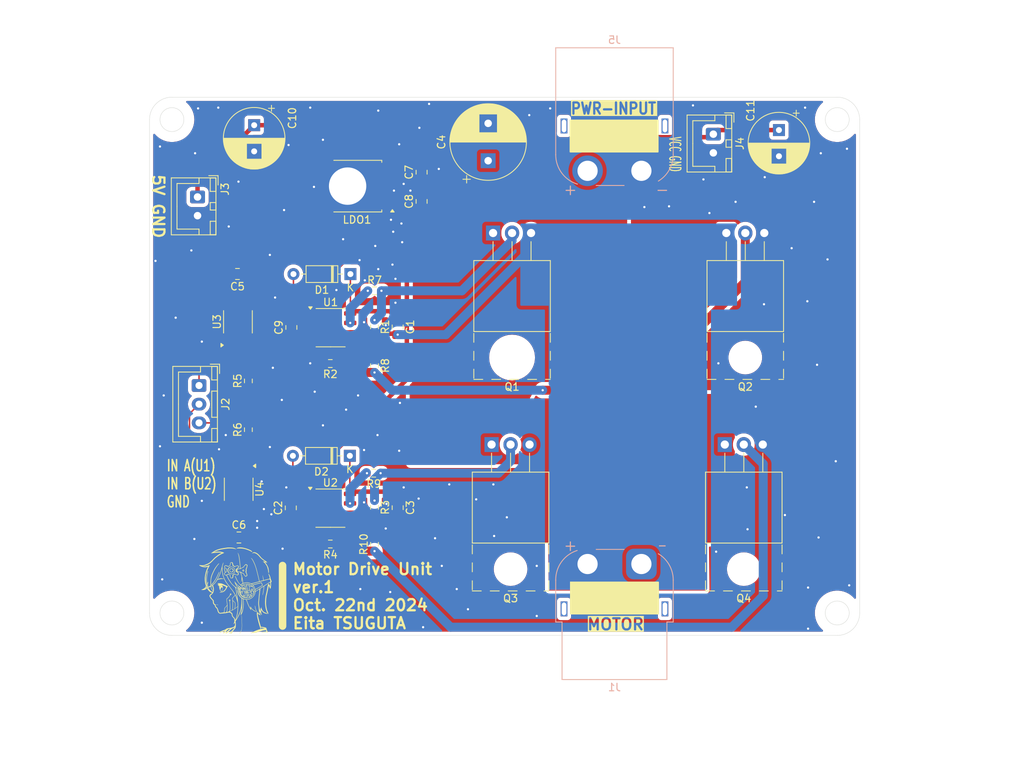
<source format=kicad_pcb>
(kicad_pcb (version 20240108) (generator "pcbnew") (generator_version "8.0")
  (layers (0 "F.Cu" signal) (31 "B.Cu" signal) (34 "B.Paste" user) (35 "F.Paste" user) (36 "B.SilkS" user "B.Silkscreen") (37 "F.SilkS" user "F.Silkscreen") (38 "B.Mask" user) (39 "F.Mask" user) (44 "Edge.Cuts" user))
  (net 0 "")
  (net 1 "+5V")
  (net 2 "GND")
  (net 3 "Net-(D1-K)")
  (net 4 "Net-(D2-K)")
  (net 5 "Motor_Minus")
  (net 6 "Motor_Plus")
  (net 7 "U1_IN")
  (net 8 "U2_IN")
  (net 9 "VCC")
  (net 10 "U1_HO")
  (net 11 "U1_LO")
  (net 12 "U2_HO")
  (net 13 "U2_LO")
  (net 14 "IN_A")
  (net 15 "IN_B")
  (net 16 "GND1")
  (net 17 "Net-(U3-Cathode)")
  (net 18 "Net-(U4-Cathode)")
  (net 19 "Net-(Q1-G)")
  (net 20 "Net-(Q2-G)")
  (net 21 "Net-(Q3-G)")
  (net 22 "Net-(Q4-G)")
  (footprint "Connector_JST:JST_XH_B2B-XH-A_1x02_P2.50mm_Vertical" (layer "F.Cu") (at 72.425 83.85 -90)
    (property "Reference" "J3")
    (property "Value" "XH_01x02_Vertical")
  )
  (footprint "Package_SO:SOP-8_3.9x4.9mm_P1.27mm" (layer "F.Cu") (at 90.2 125.475)
    (property "Reference" "U2")
    (property "Value" "IR2302")
  )
  (footprint "Package_TO_SOT_SMD:TO-252-2" (layer "F.Cu") (at 93.76 82.3975 180)
    (property "Reference" "LDO1")
    (property "Value" "NJM7805")
  )
  (footprint "Resistor_SMD:R_0603_1608Metric_Pad0.98x0.95mm_HandSolder" (layer "F.Cu") (at 79.225 114.9825 90)
    (property "Reference" "R6")
    (property "Value" "910")
  )
  (footprint "Package_SO:MFSOP6-5_4.4x3.6mm_P1.27mm" (layer "F.Cu") (at 77.93 122.95 -90)
    (property "Reference" "U4")
    (property "Value" "~")
  )
  (footprint "Connector_JST:JST_XH_B3B-XH-A_1x03_P2.50mm_Vertical" (layer "F.Cu") (at 72.625 109.07 -90)
    (property "Reference" "J2")
    (property "Value" "Conn_01x03_Pin_signal")
  )
  (footprint "Capacitor_THT:CP_Radial_D8.0mm_P3.50mm" (layer "F.Cu") (at 150.2 74.9 -90)
    (property "Reference" "C11")
    (property "Value" "220uF")
  )
  (footprint "Package_SO:SOP-8_3.9x4.9mm_P1.27mm" (layer "F.Cu") (at 90.225 101.335)
    (property "Reference" "U1")
    (property "Value" "IR2302")
  )
  (footprint "Capacitor_SMD:C_0805_2012Metric_Pad1.18x1.45mm_HandSolder" (layer "F.Cu") (at 77.96 129.4)
    (property "Reference" "C6")
    (property "Value" "0.1uF")
  )
  (footprint "Capacitor_THT:CP_Radial_D8.0mm_P3.50mm" (layer "F.Cu") (at 80 74.247349 -90)
    (property "Reference" "C10")
    (property "Value" "220uF")
  )
  (footprint "Resistor_SMD:R_0603_1608Metric_Pad0.98x0.95mm_HandSolder" (layer "F.Cu") (at 96.1 125.375 -90)
    (property "Reference" "R3")
    (property "Value" "R47k")
  )
  (footprint "Package_TO_SOT_THT:TO-220-3_Horizontal_TabUp" (layer "F.Cu") (at 111.96 88.67)
    (property "Reference" "Q1")
    (property "Value" "TK7R4A10PL_TabUp")
  )
  (footprint "Resistor_SMD:R_0603_1608Metric_Pad0.98x0.95mm_HandSolder" (layer "F.Cu") (at 96.1 130.3125 90)
    (property "Reference" "R10")
    (property "Value" "4.7")
  )
  (footprint "Resistor_SMD:R_0603_1608Metric_Pad0.98x0.95mm_HandSolder" (layer "F.Cu") (at 96.1 106.4125 -90)
    (property "Reference" "R8")
    (property "Value" "4.7")
  )
  (footprint "Package_SO:MFSOP6-5_4.4x3.6mm_P1.27mm" (layer "F.Cu") (at 77.83 100.55 90)
    (property "Reference" "U3")
    (property "Value" "~")
  )
  (footprint "Resistor_SMD:R_0603_1608Metric_Pad0.98x0.95mm_HandSolder" (layer "F.Cu") (at 96.1 101.23 -90)
    (property "Reference" "R1")
    (property "Value" "R47k")
  )
  (footprint "Diode_THT:D_DO-35_SOD27_P7.62mm_Horizontal" (layer "F.Cu") (at 92.875 94.165 180)
    (property "Reference" "D1")
    (property "Value" "1N4148")
  )
  (footprint "Capacitor_SMD:C_0805_2012Metric_Pad1.18x1.45mm_HandSolder" (layer "F.Cu") (at 99.2 101.23 -90)
    (property "Reference" "C1")
    (property "Value" "10uF")
  )
  (footprint "Capacitor_THT:CP_Radial_D10.0mm_P5.00mm" (layer "F.Cu") (at 111.3 79 90)
    (property "Reference" "C4")
    (property "Value" "470uF")
  )
  (footprint "Resistor_SMD:R_0603_1608Metric_Pad0.98x0.95mm_HandSolder" (layer "F.Cu") (at 96 120.8 180)
    (property "Reference" "R9")
    (property "Value" "4.7")
  )
  (footprint "LOGO" (layer "F.Cu") (at 81.41611 135.748938)
    (property "Reference" "G***" (hide yes))
    (property "Value" "LOGO" (hide yes))
  )
  (footprint "Capacitor_SMD:C_0805_2012Metric_Pad1.18x1.45mm_HandSolder" (layer "F.Cu") (at 102.4 80.535 90)
    (property "Reference" "C7")
    (property "Value" "0.1uF")
  )
  (footprint "Capacitor_SMD:C_0805_2012Metric_Pad1.18x1.45mm_HandSolder" (layer "F.Cu") (at 99.2 125.4125 -90)
    (property "Reference" "C3")
    (property "Value" "10uF")
  )
  (footprint "Resistor_SMD:R_0603_1608Metric_Pad0.98x0.95mm_HandSolder" (layer "F.Cu") (at 90.1875 106.13 180)
    (property "Reference" "R2")
    (property "Value" "R47k")
  )
  (footprint "Resistor_SMD:R_0603_1608Metric_Pad0.98x0.95mm_HandSolder" (layer "F.Cu") (at 79.225 108.4575 90)
    (property "Reference" "R5")
    (property "Value" "910")
  )
  (footprint "Capacitor_SMD:C_0805_2012Metric_Pad1.18x1.45mm_HandSolder" (layer "F.Cu") (at 102.4 84.4425 90)
    (property "Reference" "C8")
    (property "Value" "0.47uF")
  )
  (footprint "Capacitor_SMD:C_0805_2012Metric_Pad1.18x1.45mm_HandSolder" (layer "F.Cu") (at 84.975 101.3025 90)
    (property "Reference" "C9")
    (property "Value" "0.1uF")
  )
  (footprint "Capacitor_SMD:C_0805_2012Metric_Pad1.18x1.45mm_HandSolder" (layer "F.Cu") (at 77.7675 94.15 180)
    (property "Reference" "C5")
    (property "Value" "0.1uF")
  )
  (footprint "Connector_JST:JST_XH_B2B-XH-A_1x02_P2.50mm_Vertical" (layer "F.Cu") (at 141.425 75.45 -90)
    (property "Reference" "J4")
    (property "Value" "XH_01x02_Vertical")
  )
  (footprint "Capacitor_SMD:C_0805_2012Metric_Pad1.18x1.45mm_HandSolder" (layer "F.Cu") (at 84.9 125.4375 90)
    (property "Reference" "C2")
    (property "Value" "0.1uF")
  )
  (footprint "Package_TO_SOT_THT:TO-220-3_Horizontal_TabUp" (layer "F.Cu") (at 142.96 116.97)
    (property "Reference" "Q4")
    (property "Value" "TK7R4A10PL_TabUp")
  )
  (footprint "Resistor_SMD:R_0603_1608Metric_Pad0.98x0.95mm_HandSolder" (layer "F.Cu") (at 90.1875 130.275 180)
    (property "Reference" "R4")
    (property "Value" "R47k")
  )
  (footprint "Package_TO_SOT_THT:TO-220-3_Horizontal_TabUp" (layer "F.Cu") (at 143.16 88.67)
    (property "Reference" "Q2")
    (property "Value" "TK7R4A10PL_TabUp")
  )
  (footprint "Diode_THT:D_DO-35_SOD27_P7.62mm_Horizontal" (layer "F.Cu") (at 92.8 118.475 180)
    (property "Reference" "D2")
    (property "Value" "1N4148")
  )
  (footprint "Resistor_SMD:R_0603_1608Metric_Pad0.98x0.95mm_HandSolder" (layer "F.Cu") (at 96.1125 96.4)
    (property "Reference" "R7")
    (property "Value" "4.7")
  )
  (footprint "Package_TO_SOT_THT:TO-220-3_Horizontal_TabUp" (layer "F.Cu") (at 111.76 116.97)
    (property "Reference" "Q3")
    (property "Value" "TK7R4A10PL_TabUp")
  )
  (footprint "Connector_AMASS:AMASS_XT60PW-F_1x02_P7.20mm_Horizontal" (layer "B.Cu") (at 131.8 132.95)
    (property "Reference" "J1")
    (property "Value" "XT60_Female_Horizontal")
  )
  (footprint "Connector_AMASS:AMASS_XT60PW-M_1x02_P7.20mm_Horizontal" (layer "B.Cu") (at 131.8 80.35 180)
    (property "Reference" "J5")
    (property "Value" "XT60_Male_Horizontal")
  )
  (gr_rect (start 122.3 73.6) (end 134 77.8) (stroke (width 0.2)) (fill solid) (layer "F.SilkS"))
  (gr_line (start 83.8 133.15) (end 83.8 141.25) (stroke (width 1)) (layer "F.SilkS"))
  (gr_rect (start 122.35 135.4) (end 134.05 139.6) (stroke (width 0.2)) (fill solid) (layer "F.SilkS"))
  (gr_circle (center 158 139.5) (end 158 137.9) (stroke (width 0.05)) (fill none) (layer "Edge.Cuts"))
  (gr_circle (center 69 139.5) (end 69 137.9) (stroke (width 0.05)) (fill none) (layer "Edge.Cuts"))
  (gr_arc (start 161 139.5) (mid 160.12132 141.62132) (end 158 142.5) (stroke (width 0.05)) (layer "Edge.Cuts"))
  (gr_circle (center 158 73.5) (end 158 75.1) (stroke (width 0.05)) (fill none) (layer "Edge.Cuts"))
  (gr_arc (start 158 70.5) (mid 160.12132 71.37868) (end 161 73.5) (stroke (width 0.05)) (layer "Edge.Cuts"))
  (gr_line (start 158 142.5) (end 69 142.5) (stroke (width 0.05)) (layer "Edge.Cuts"))
  (gr_line (start 69 70.5) (end 158 70.5) (stroke (width 0.05)) (layer "Edge.Cuts"))
  (gr_arc (start 69 142.5) (mid 66.87868 141.62132) (end 66 139.5) (stroke (width 0.05)) (layer "Edge.Cuts"))
  (gr_line (start 161 73.5) (end 161 139.5) (stroke (width 0.05)) (layer "Edge.Cuts"))
  (gr_line (start 66 139.5) (end 66 73.5) (stroke (width 0.05)) (layer "Edge.Cuts"))
  (gr_circle (center 69 73.5) (end 69 75.1) (stroke (width 0.05)) (fill none) (layer "Edge.Cuts"))
  (gr_arc (start 66 73.5) (mid 66.87868 71.37868) (end 69 70.5) (stroke (width 0.05)) (layer "Edge.Cuts"))
  (gr_text "MOTOR" (at 124.4 141.9 0) (layer "F.SilkS" knockout) (effects (font (size 1.5 1.5) (thickness 0.3) (bold yes)) (justify left bottom)))
  (gr_text "5V GND" (at 66.3 80.7 -90) (layer "F.SilkS") (effects (font (size 1.5 1.5) (thickness 0.3) (bold yes)) (justify left bottom)))
  (gr_text "Motor Drive Unit\nver.1\nOct. 22nd 2024\nEita TSUGUTA" (at 85 141.75 0) (layer "F.SilkS") (effects (font (size 1.5 1.5) (thickness 0.3) (bold yes)) (justify left bottom)))
  (gr_text "IN A(U1)\nIN B(U2)\nGND" (at 68.2 125.5 0) (layer "F.SilkS") (effects (font (size 1.5 1) (thickness 0.2) (bold yes)) (justify left bottom)))
  (gr_text "VCC GND" (at 135.4 75.7 -90) (layer "F.SilkS") (effects (font (size 1.5 0.7) (thickness 0.14) (bold yes)) (justify left bottom)))
  (gr_text "PWR-INPUT" (at 122.2 72.9 0) (layer "F.SilkS" knockout) (effects (font (size 1.5 1.3) (thickness 0.3) (bold yes)) (justify left bottom)))
  (segment (start 79.2 126.1) (end 80.9 124.4) (width 0.2) (layer "F.Cu") (net 1))
  (segment (start 85.81 99.43) (end 84.975 100.265) (width 0.2) (layer "F.Cu") (net 1))
  (segment (start 85.18 121.175) (end 85.18 118.475) (width 0.2) (layer "F.Cu") (net 1))
  (segment (start 88.399999 126.11) (end 87.575 126.11) (width 0.2) (layer "F.Cu") (net 1))
  (segment (start 85 124.4) (end 85.83 123.57) (width 0.2) (layer "F.Cu") (net 1))
  (segment (start 85.255 97.085) (end 87.6 99.43) (width 0.2) (layer "F.Cu") (net 1))
  (segment (start 87.575 123.57) (end 88.399999 123.57) (width 0.2) (layer "F.Cu") (net 1))
  (segment (start 76.56 94.32) (end 76.73 94.15) (width 0.2) (layer "F.Cu") (net 1))
  (segment (start 92.929849 74.247349) (end 80 74.247349) (width 0.6) (layer "F.Cu") (net 1))
  (segment (start 88.424999 99.43) (end 88.8 99.805001) (width 0.2) (layer "F.Cu") (net 1))
  (segment (start 87.6 96.84) (end 87.6 99.43) (width 0.6) (layer "F.Cu") (net 1))
  (segment (start 85.83 123.57) (end 87.575 123.57) (width 0.2) (layer "F.Cu") (net 1))
  (segment (start 98.8 80.1175) (end 96.8 82.1175) (width 1.2) (layer "F.Cu") (net 1))
  (segment (start 88.8 99.805001) (end 88.8 101.6) (width 0.2) (layer "F.Cu") (net 1))
  (segment (start 80.9 124.4) (end 84.9 124.4) (width 0.2) (layer "F.Cu") (net 1))
  (segment (start 88.7 125.809999) (end 88.399999 126.11) (width 0.2) (layer "F.Cu") (net 1))
  (segment (start 88.7 123.870001) (end 88.7 125.809999) (width 0.2) (layer "F.Cu") (net 1))
  (segment (start 86.775001 101.97) (end 86.4 102.345001) (width 0.2) (layer "F.Cu") (net 1))
  (segment (start 96.2 88.24) (end 100.425 92.465) (width 0.6) (layer "F.Cu") (net 1))
  (segment (start 96.2 88.24) (end 87.6 96.84) (width 0.6) (layer "F.Cu") (net 1))
  (segment (start 88.43 101.97) (end 87.6 101.97) (width 0.2) (layer "F.Cu") (net 1))
  (segment (start 72.425 81.822349) (end 72.425 83.85) (width 0.6) (layer "F.Cu") (net 1))
  (segment (start 78.9975 126.3025) (end 79.2 126.1) (width 0.2) (layer "F.Cu") (net 1))
  (segment (start 78.9975 129.4) (end 78.9975 126.3025) (width 0.2) (layer "F.Cu") (net 1))
  (segment (start 92.929849 74.247349) (end 98.8 80.1175) (width 0.6) (layer "F.Cu") (net 1))
  (segment (start 87.575 121.1) (end 87.575 123.57) (width 0.6) (layer "F.Cu") (net 1))
  (segment (start 76.56 98.36) (end 76.56 97.4) (width 0.2) (layer "F.Cu") (net 1))
  (segment (start 96.8 82.1175) (end 96.8 87.64) (width 1.2) (layer "F.Cu") (net 1))
  (segment (start 85.5 104.3) (end 82.5 104.3) (width 0.2) (layer "F.Cu") (net 1))
  (segment (start 88.399999 123.57) (end 88.7 123.870001) (width 0.2) (layer "F.Cu") (net 1))
  (segment (start 76.56 97.4) (end 76.56 94.32) (width 0.2) (layer "F.Cu") (net 1))
  (segment (start 87.6 99.43) (end 88.424999 99.43) (width 0.2) (layer "F.Cu") (net 1))
  (segment (start 100.425 92.465) (end 100.425 108.25) (width 0.6) (layer "F.Cu") (net 1))
  (segment (start 86.4 103.4) (end 85.5 104.3) (width 0.2) (layer "F.Cu") (net 1))
  (segment (start 88.8 101.6) (end 88.43 101.97) (width 0.2) (layer "F.Cu") (net 1))
  (segment (start 84.9 124.4) (end 85 124.4) (width 0.2) (layer "F.Cu") (net 1))
  (segment (start 80 74.247349) (end 72.425 81.822349) (width 0.6) (layer "F.Cu") (net 1))
  (segment (start 96.8 87.64) (end 96.2 88.24) (width 1.2) (layer "F.Cu") (net 1))
  (segment (start 85.255 94.165) (end 85.255 97.085) (width 0.2) (layer "F.Cu") (net 1))
  (segment (start 87.6 99.43) (end 85.81 99.43) (width 0.2) (layer "F.Cu") (net 1))
  (segment (start 86.4 102.345001) (end 86.4 103.4) (width 0.2) (layer "F.Cu") (net 1))
  (segment (start 87.6 101.97) (end 86.775001 101.97) (width 0.2) (layer "F.Cu") (net 1))
  (segment (start 82.5 104.3) (end 76.56 98.36) (width 0.2) (layer "F.Cu") (net 1))
  (segment (start 101.78 80.1175) (end 102.4 79.4975) (width 0.6) (layer "F.Cu") (net 1))
  (segment (start 100.425 108.25) (end 87.575 121.1) (width 0.6) (layer "F.Cu") (net 1))
  (segment (start 87.575 123.57) (end 85.18 121.175) (width 0.2) (layer "F.Cu") (net 1))
  (segment (start 98.8 80.1175) (end 101.78 80.1175) (width 0.6) (layer "F.Cu") (net 1))
  (via (at 112 122.3) (size 0.6) (drill 0.3) (layers "F.Cu" "B.Cu") (net 2))
  (via (at 91 96.3) (size 0.6) (drill 0.3) (layers "F.Cu" "B.Cu") (net 2))
  (via (at 94.1 92.3) (size 0.6) (drill 0.3) (layers "F.Cu" "B.Cu") (net 2))
  (via (at 105.1 133.2) (size 0.6) (drill 0.3) (layers "F.Cu" "B.Cu") (net 2))
  (via (at 81.3 125.6) (size 0.6) (drill 0.3) (layers "F.Cu" "B.Cu") (net 2))
  (via (at 98.3 86.9) (size 0.6) (drill 0.3) (layers "F.Cu" "B.Cu") (net 2))
  (via (at 83.7 111) (size 0.6) (drill 0.3) (layers "F.Cu" "B.Cu") (net 2))
  (via (at 156.7 92.2) (size 0.6) (drill 0.3) (layers "F.Cu" "B.Cu") (net 2))
  (via (at 98.5 92.9) (size 0.6) (drill 0.3) (layers "F.Cu" "B.Cu") (net 2))
  (via (at 96.6 72.3) (size 0.6) (drill 0.3) (layers "F.Cu" "B.Cu") (net 2))
  (via (at 99.4 76.8) (size 0.6) (drill 0.3) (layers "F.Cu" "B.Cu") (net 2))
  (via (at 73 103.2) (size 0.6) (drill 0.3) (layers "F.Cu" "B.Cu") (net 2))
  (via (at 96.6 93.5) (size 0.6) (drill 0.3) (layers "F.Cu" "B.Cu") (net 2))
  (via (at 80.4 128.1) (size 0.6) (drill 0.3) (layers "F.Cu" "B.Cu") (net 2))
  (via (at 82.1 117.3) (size 0.6) (drill 0.3) (layers "F.Cu" "B.Cu") (net 2))
  (via (at 140.9 86) (size 0.6) (drill 0.3) (layers "F.Cu" "B.Cu") (net 2))
  (via (at 89.2 76.2) (size 0.6) (drill 0.3) (layers "F.Cu" "B.Cu") (net 2))
  (via (at 155.3 106.3) (size 0.6) (drill 0.3) (layers "F.Cu" "B.Cu") (net 2))
  (via (at 97.7 124.9) (size 0.6) (drill 0.3) (layers "F.Cu" "B.Cu") (net 2))
  (via (at 84.6 76.9) (size 0.6) (drill 0.3) (layers "F.Cu" "B.Cu") (net 2))
  (via (at 99.8 89.9) (size 0.6) (drill 0.3) (layers "F.Cu" "B.Cu") (net 2))
  (via (at 138.7 71.6) (size 0.6) (drill 0.3) (layers "F.Cu" "B.Cu") (net 2))
  (via (at 94.7 100.6) (size 0.6) (drill 0.3) (layers "F.Cu" "B.Cu") (net 2))
  (via (at 84.3 122.7) (size 0.6) (drill 0.3) (layers "F.Cu" "B.Cu") (net 2))
  (via (at 154 97.8) (size 0.6) (drill 0.3) (layers "F.Cu" "B.Cu") (net 2))
  (via (at 76.2 115.7) (size 0.6) (drill 0.3) (layers "F.Cu" "B.Cu") (net 2))
  (via (at 141.8 131.3) (size 0.6) (drill 0.3) (layers "F.Cu" "B.Cu") (net 2))
  (via (at 91.9 89.5) (size 0.6) (drill 0.3) (layers "F.Cu" "B.Cu") (net 2))
  (via (at 94.2 136.3) (size 0.6) (drill 0.3) (layers "F.Cu" "B.Cu") (net 2))
  (via (at 82.8 97.3) (size 0.6) (drill 0.3) (layers "F.Cu" "B.Cu") (net 2))
  (via (at 67.9 110.4) (size 0.6) (drill 0.3) (layers "F.Cu" "B.Cu") (net 2))
  (via (at 87.5 71.9) (size 0.6) (drill 0.3) (layers "F.Cu" "B.Cu") (net 2))
  (via (at 76.6 87.8) (size 0.6) (drill 0.3) (layers "F.Cu" "B.Cu") (net 2))
  (via (at 69.5 100) (size 0.6) (drill 0.3) (layers "F.Cu" "B.Cu") (net 2))
  (via (at 97.6 128.2) (size 0.6) (drill 0.3) (layers "F.Cu" "B.Cu") (net 2))
  (via (at 155.8 78) (size 0.6) (drill 0.3) (layers "F.Cu" "B.Cu") (net 2))
  (via (at 102 124.2) (size 0.6) (drill 0.3) (layers "F.Cu" "B.Cu") (net 2))
  (via (at 72.1 78) (size 0.6) (drill 0.3) (layers "F.Cu" "B.Cu") (net 2))
  (via (at 151 126.4) (size 0.6) (drill 0.3) (layers "F.Cu" "B.Cu") (net 2))
  (via (at 148.2 98.2) (size 0.6) (drill 0.3) (layers "F.Cu" "B.Cu") (net 2))
  (via (at 94.7 124.7) (size 0.6) (drill 0.3) (layers "F.Cu" "B.Cu") (net 2))
  (via (at 145.9 122.7) (size 0.6) (drill 0.3) (layers "F.Cu" "B.Cu") (net 2))
  (via (at 104.7 80.1) (size 0.6) (drill 0.3) (layers "F.Cu" "B.Cu") (net 2))
  (via (at 109.7 124.3) (size 0.6) (drill 0.3) (layers "F.Cu" "B.Cu") (net 2))
  (via (at 82.5 106.7) (size 0.6) (drill 0.3) (layers "F.Cu" "B.Cu") (net 2))
  (via (at 71.6 91) (size 0.6) (drill 0.3) (layers "F.Cu" "B.Cu") (net 2))
  (via (at 98.7 83) (size 0.6) (drill 0.3) (layers "F.Cu" "B.Cu") (net 2))
  (via (at 97.6 101) (size 0.6) (drill 0.3) (layers "F.Cu" "B.Cu") (net 2))
  (via (at 117.8 133.2) (size 0.6) (drill 0.3) (layers "F.Cu" "B.Cu") (net 2))
  (via (at 99.5 111.4) (size 0.6) (drill 0.3) (layers "F.Cu" "B.Cu") (net 2))
  (via (at 151.9 90.7) (size 0.6) (drill 0.3) (layers "F.Cu" "B.Cu") (net 2))
  (via (at 80.4 127.2) (size 0.6) (drill 0.3) (layers "F.Cu" "B.Cu") (net 2))
  (via (at 98.6 88.5) (size 0.6) (drill 0.3) (layers "F.Cu" "B.Cu") (net 2))
  (via (at 81 121.9) (size 0.6) (drill 0.3) (layers "F.Cu" "B.Cu") (net 2))
  (via (at 154.1 136.1) (size 0.6) (drill 0.3) (layers "F.Cu" "B.Cu") (net 2))
  (via (at 94.8 95) (size 0.6) (drill 0.3) (layers "F.Cu" "B.Cu") (net 2))
  (via (at 66.8 92.4) (size 0.6) (drill 0.3) (layers "F.Cu" "B.Cu") (net 2))
  (via (at 67.4 117.2) (size 0.6) (drill 0.3) (layers "F.Cu" "B.Cu") (net 2))
  (via (at 147.1 111.9) (size 0.6) (drill 0.3) (layers "F.Cu" "B.Cu") (net 2))
  (via (at 82.1 91.6) (size 0.6) (drill 0.3) (layers "F.Cu" "B.Cu") (net 2))
  (via (at 94.7 117.7) (size 0.6) (drill 0.3) (layers "F.Cu" "B.Cu") (net 2))
  (via (at 113.8 126.7) (size 0.6) (drill 0.3) (layers "F.Cu" "B.Cu") (net 2))
  (via (at 96.2 90.4) (size 0.6) (drill 0.3) (layers "F.Cu" "B.Cu") (net 2))
  (via (at 159.6 135.8) (size 0.6) (drill 0.3) (layers "F.Cu" "B.Cu") (net 2))
  (via (at 72.5 72) (size 0.6) (drill 0.3) (layers "F.Cu" "B.Cu") (net 2))
  (via (at 73 140.8) (size 0.6) (drill 0.3) (layers "F.Cu" "B.Cu") (net 2))
  (via (at 88.1 109.9) (size 0.6) (drill 0.3) (layers "F.Cu" "B.Cu") (net 2))
  (via (at 98.9 94.8) (size 0.6) (drill 0.3) (layers "F.Cu" "B.Cu") (net 2))
  (via (at 112.1 129.2) (size 0.6) (drill 0.3) (layers "F.Cu" "B.Cu") (net 2))
  (via (at 117.8 139.9) (size 0.6) (drill 0.3) (layers "F.Cu" "B.Cu") (net 2))
  (via (at 107.1 136.3) (size 0.6) (drill 0.3) (layers "F.Cu" "B.Cu") (net 2))
  (via (at 82.3 126.3) (size 0.6) (drill 0.3) (layers "F.Cu" "B.Cu") (net 2))
  (via (at 144.4 84.5) (size 0.6) (drill 0.3) (layers "F.Cu" "B.Cu") (net 2))
  (via (at 93.9 110.4) (size 0.6) (drill 0.3) (layers "F.Cu" "B.Cu") (net 2))
  (via (at 154.1 141.6) (size 0.6) (drill 0.3) (layers "F.Cu" "B.Cu") (net 2))
  (via (at 100 122.7) (size 0.6) (drill 0.3) (layers "F.Cu" "B.Cu") (net 2))
  (via (at 155.5 129.4) (size 0.6) (drill 0.3) (layers "F.Cu" "B.Cu") (net 2))
  (via (at 132.2 85.2) (size 0.6) (drill 0.3) (layers "F.Cu" "B.Cu") (net 2))
  (via (at 77.9 81.8) (size 0.6) (drill 0.3) (layers "F.Cu" "B.Cu") (net 2))
  (via (at 92.3 112.3) (size 0.6) (drill 0.3) (layers "F.Cu" "B.Cu") (net 2))
  (via (at 154.9 84.5) (size 0.6) (drill 0.3) (layers "F.Cu" "B.Cu") (net 2))
  (via (at 142.1 106.1) (size 0.6) (drill 0.3) (layers "F.Cu" "B.Cu") (net 2))
  (via (at 98.2 136.7) (size 0.6) (drill 0.3) (layers "F.Cu" "B.Cu") (net 2))
  (via (at 104.2 129.5) (size 0.6) (drill 0.3) (layers "F.Cu" "B.Cu") (net 2))
  (via (at 84 85.6) (size 0.6) (drill 0.3) (layers "F.Cu" "B.Cu") (net 2))
  (via (at 116.8 72.9) (size 0.6) (drill 0.3) (layers "F.Cu" "B.Cu") (net 2))
  (via (at 135.5 85.1) (size 0.6) (drill 0.3) (layers "F.Cu" "B.Cu") (net 2))
  (via (at 75.2 71.9) (size 0.6) (drill 0.3) (layers "F.Cu" "B.Cu") (net 2))
  (via (at 157.8 119.2) (size 0.6) (drill 0.3) (layers "F.Cu" "B.Cu") (net 2))
  (via (at 87.5 106.1) (size 0.6) (drill 0.3) (layers "F.Cu" "B.Cu") (net 2))
  (via (at 75.3 117.6) (size 0.6) (drill 0.3) (layers "F.Cu" "B.Cu") (net 2))
  (via (at 106.1 122.3) (size 0.6) (drill 0.3) (layers "F.Cu" "B.Cu") (net 2))
  (via (at 119.6 72) (size 0.6) (drill 0.3) (layers "F.Cu" "B.Cu") (net 2))
  (via (at 98.9 98) (size 0.6) (drill 0.3) (layers "F.Cu" "B.Cu") (net 2))
  (via (at 72 129.6) (size 0.6) (drill 0.3) (layers "F.Cu" "B.Cu") (net 2))
  (via (at 73 124.5) (size 0.6) (drill 0.3) (layers "F.Cu" "B.Cu") (net 2))
  (via (at 96.5 115.7) (size 0.6) (drill 0.3) (layers "F.Cu" "B.Cu") (net 2))
  (via (at 159.3 77.4) (size 0.6) (drill 0.3) (layers "F.Cu" "B.Cu") (net 2))
  (via (at 102.1 74.6) (size 0.6) (drill 0.3) (layers "F.Cu" "B.Cu") (net 2))
  (via (at 100 82.1) (size 0.6) (drill 0.3) (layers "F.Cu" "B.Cu") (net 2))
  (via (at 153.7 71.9) (size 0.6) (drill 0.3) (layers "F.Cu" "B.Cu") (net 2))
  (via (at 89.2 114.4) (size 0.6) (drill 0.3) (layers "F.Cu" "B.Cu") (net 2))
  (via (at 148.3 81.2) (size 0.6) (drill 0.3) (layers "F.Cu" "B.Cu") (net 2))
  (via (at 83.8 130.9) (size 0.6) (drill 0.3) (layers "F.Cu" "B.Cu") (net 2))
  (via (at 103.4 71.4) (size 0.6) (drill 0.3) (layers "F.Cu" "B.Cu") (net 2))
  (via (at 88 82.5) (size 0.6) (drill 0.3) (layers "F.Cu" "B.Cu") (net 2))
  (via (at 100.9 83) (size 0.6) (drill 0.3) (layers "F.Cu" "B.Cu") (net 2))
  (via (at 102.6 141.4) (size 0.6) (drill 0.3) (layers "F.Cu" "B.Cu") (net 2))
  (via (at 99.7 87.4) (size 0.6) (drill 0.3) (layers "F.Cu" "B.Cu") (net 2))
  (via (at 99.4 117.8) (size 0.6) (drill 0.3) (layers "F.Cu" "B.Cu") (net 2))
  (via (at 108.6 139) (size 0.6) (drill 0.3) (layers "F.Cu" "B.Cu") (net 2))
  (via (at 67.4 77.1) (size 0.6) (drill 0.3) (layers "F.Cu" "B.Cu") (net 2))
  (via (at 146 128.3) (size 0.6) (drill 0.3) (layers "F.Cu" "B.Cu") (net 2))
  (via (at 67.7 135) (size 0.6) (drill 0.3) (layers "F.Cu" "B.Cu") (net 2))
  (via (at 140.1 81.5) (size 0.6) (drill 0.3) (layers "F.Cu" "B.Cu") (net 2))
  (segment (start 98.1375 99.13) (end 99.2 100.1925) (width 0.6) (layer "F.Cu") (net 3))
  (segment (start 92.875 94.165) (end 92.875 99.405) (width 0.2) (layer "F.Cu") (net 3))
  (segment (start 92.875 99.405) (end 92.85 99.43) (width 0.2) (layer "F.Cu") (net 3))
  (segment (start 93.15 99.13) (end 98.1375 99.13) (width 0.6) (layer "F.Cu") (net 3))
  (segment (start 92.85 99.43) (end 93.15 99.13) (width 0.6) (layer "F.Cu") (net 3))
  (segment (start 92.8 123.545) (end 92.825 123.57) (width 0.2) (layer "F.Cu") (net 4))
  (segment (start 99.2 124.375) (end 98.095 123.27) (width 0.6) (layer "F.Cu") (net 4))
  (segment (start 92.8 118.475) (end 92.8 123.545) (width 0.2) (layer "F.Cu") (net 4))
  (segment (start 93.125 123.27) (end 92.825 123.57) (width 0.6) (layer "F.Cu") (net 4))
  (segment (start 98.095 123.27) (end 93.125 123.27) (width 0.6) (layer "F.Cu") (net 4))
  (segment (start 116.84 116.97) (end 116.84 120.46) (width 1.2) (layer "F.Cu") (net 5))
  (segment (start 110.85 126.45) (end 99.2 126.45) (width 1.2) (layer "F.Cu") (net 5))
  (segment (start 95.9225 126.11) (end 96.1 126.2875) (width 0.6) (layer "F.Cu") (net 5))
  (segment (start 96.2625 126.45) (end 96.1 126.2875) (width 0.6) (layer "F.Cu") (net 5))
  (segment (start 92.825 126.11) (end 95.9225 126.11) (width 0.6) (layer "F.Cu") (net 5))
  (segment (start 116.84 120.46) (end 110.85 126.45) (width 1.2) (layer "F.Cu") (net 5))
  (segment (start 99.2 126.45) (end 96.2625 126.45) (width 0.6) (layer "F.Cu") (net 5))
  (segment (start 99.075 102.1425) (end 99.2 102.2675) (width 0.6) (layer "F.Cu") (net 6))
  (segment (start 96.1 102.1425) (end 99.075 102.1425) (width 0.6) (layer "F.Cu") (net 6))
  (segment (start 95.9275 101.97) (end 96.1 102.1425) (width 0.6) (layer "F.Cu") (net 6))
  (segment (start 92.85 101.97) (end 95.9275 101.97) (width 0.6) (layer "F.Cu") (net 6))
  (via (at 99.2 102.2675) (size 0.6) (drill 0.3) (layers "F.Cu" "B.Cu") (net 6))
  (segment (start 117.04 90.87) (end 105.6425 102.2675) (width 1.2) (layer "B.Cu") (net 6))
  (segment (start 117.04 88.67) (end 117.04 90.87) (width 1.2) (layer "B.Cu") (net 6))
  (segment (start 105.6425 102.2675) (end 99.2 102.2675) (width 1.2) (layer "B.Cu") (net 6))
  (segment (start 86.775001 100.7) (end 86 101.475001) (width 0.2) (layer "F.Cu") (net 7))
  (segment (start 84.13 103.9) (end 77.83 97.6) (width 0.2) (layer "F.Cu") (net 7))
  (segment (start 87.6 100.7) (end 86.775001 100.7) (width 0.2) (layer "F.Cu") (net 7))
  (segment (start 85.1 103.9) (end 84.13 103.9) (width 0.2) (layer "F.Cu") (net 7))
  (segment (start 77.83 97.6) (end 77.83 97.4) (width 0.2) (layer "F.Cu") (net 7))
  (segment (start 86 101.475001) (end 86 103) (width 0.2) (layer "F.Cu") (net 7))
  (segment (start 86 103) (end 85.1 103.9) (width 0.2) (layer "F.Cu") (net 7))
  (segment (start 77.93 126.1) (end 77.93 129.929744) (width 0.2) (layer "F.Cu") (net 8))
  (segment (start 83.875 126.125) (end 83.875 125.8125) (width 0.2) (layer "F.Cu") (net 8))
  (segment (start 83.875 125.8125) (end 84.4 125.2875) (width 0.2) (layer "F.Cu") (net 8))
  (segment (start 77.93 129.929744) (end 78.425256 130.425) (width 0.2) (layer "F.Cu") (net 8))
  (segment (start 84.4 125.2875) (end 87.1275 125.2875) (width 0.2) (layer "F.Cu") (net 8))
  (segment (start 79.575 130.425) (end 83.875 126.125) (width 0.2) (layer "F.Cu") (net 8))
  (segment (start 87.1275 125.2875) (end 87.575 124.84) (width 0.2) (layer "F.Cu") (net 8))
  (segment (start 78.425256 130.425) (end 79.575 130.425) (width 0.2) (layer "F.Cu") (net 8))
  (segment (start 102.4 85.48) (end 104.82 85.48) (width 1.6) (layer "F.Cu") (net 9))
  (segment (start 141.025 75.85) (end 129.1 75.85) (width 0.6) (layer "F.Cu") (net 9))
  (segment (start 104.82 85.48) (end 111.3 79) (width 1.6) (layer "F.Cu") (net 9))
  (segment (start 141.425 75.45) (end 141.025 75.85) (width 0.6) (layer "F.Cu") (net 9))
  (segment (start 111.3 79) (end 123.25 79) (width 1.6) (layer "F.Cu") (net 9))
  (segment (start 150.2 74.9) (end 141.975 74.9) (width 0.6) (layer "F.Cu") (net 9))
  (segment (start 99.6025 85.48) (end 102.4 85.48) (width 1.6) (layer "F.Cu") (net 9))
  (segment (start 141.975 74.9) (end 141.425 75.45) (width 0.6) (layer "F.Cu") (net 9))
  (segment (start 123.25 79) (end 124.6 80.35) (width 1.6) (layer "F.Cu") (net 9))
  (segment (start 98.8 84.6775) (end 99.6025 85.48) (width 1.6) (layer "F.Cu") (net 9))
  (segment (start 129.1 75.85) (end 124.6 80.35) (width 0.6) (layer "F.Cu") (net 9))
  (via (at 95.2 96.4) (size 0.6) (drill 0.3) (layers "F.Cu" "B.Cu") (net 10))
  (via (at 92.85 100.7) (size 0.6) (drill 0.3) (layers "F.Cu" "B.Cu") (net 10))
  (segment (start 95.2 96.4) (end 92.85 98.75) (width 1.2) (layer "B.Cu") (net 10))
  (segment (start 92.85 98.75) (end 92.85 100.7) (width 1.2) (layer "B.Cu") (net 10))
  (segment (start 96.1 105.5) (end 93.84 103.24) (width 1.2) (layer "F.Cu") (net 11))
  (segment (start 93.84 103.24) (end 92.85 103.24) (width 1.2) (layer "F.Cu") (net 11))
  (via (at 95.0875 120.8) (size 0.6) (drill 0.3) (layers "F.Cu" "B.Cu") (net 12))
  (via (at 92.825 124.84) (size 0.6) (drill 0.3) (layers "F.Cu" "B.Cu") (net 12))
  (segment (start 92.825 122.907601) (end 95.010051 120.72255) (width 1.2) (layer "B.Cu") (net 12))
  (segment (start 92.825 124.84) (end 92.825 122.907601) (width 1.2) (layer "B.Cu") (net 12))
  (segment (start 96.1 129.4) (end 94.08 127.38) (width 1.2) (layer "F.Cu") (net 13))
  (segment (start 94.08 127.38) (end 92.825 127.38) (width 1.2) (layer "F.Cu") (net 13))
  (segment (start 92.825 127.38) (end 92.825 127.4) (width 0.6) (layer "F.Cu") (net 13))
  (segment (start 72.625 109.07) (end 72.625 107.635) (width 0.2) (layer "F.Cu") (net 14))
  (segment (start 72.625 107.635) (end 76.56 103.7) (width 0.2) (layer "F.Cu") (net 14))
  (segment (start 79.2 119.8) (end 78.3 120.7) (width 0.2) (layer "F.Cu") (net 15))
  (segment (start 78.3 120.7) (end 76.1 120.7) (width 0.2) (layer "F.Cu") (net 15))
  (segment (start 76.1 120.7) (end 71.35 115.95) (width 0.2) (layer "F.Cu") (net 15))
  (segment (start 71.35 115.95) (end 71.35 112.845) (width 0.2) (layer "F.Cu") (net 15))
  (segment (start 71.35 112.845) (end 72.625 111.57) (width 0.2) (layer "F.Cu") (net 15))
  (segment (start 79.225 114.07) (end 72.625 114.07) (width 0.2) (layer "F.Cu") (net 16))
  (segment (start 79.225 109.37) (end 79.225 114.07) (width 0.2) (layer "F.Cu") (net 16))
  (segment (start 79.1 103.7) (end 79.1 107.42) (width 0.2) (layer "F.Cu") (net 17))
  (segment (start 79.1 107.42) (end 79.225 107.545) (width 0.2) (layer "F.Cu") (net 17))
  (segment (start 79.225 115.895) (end 76.66 118.46) (width 0.2) (layer "F.Cu") (net 18))
  (segment (start 76.66 118.46) (end 76.66 119.8) (width 0.2) (layer "F.Cu") (net 18))
  (via (at 96.1 100.3175) (size 0.6) (drill 0.3) (layers "F.Cu" "B.Cu") (net 19))
  (via (at 97.025 96.4) (size 0.6) (drill 0.3) (layers "F.Cu" "B.Cu") (net 19))
  (segment (start 97.025 99.3925) (end 96.1 100.3175) (width 1.2) (layer "B.Cu") (net 19))
  (segment (start 97.025 96.4) (end 97.025 99.3925) (width 1.2) (layer "B.Cu") (net 19))
  (segment (start 97.025 96.4) (end 107.7825 96.4) (width 1.2) (layer "B.Cu") (net 19))
  (segment (start 114.5 89.6825) (end 114.5 88.67) (width 1.2) (layer "B.Cu") (net 19))
  (segment (start 107.7825 96.4) (end 114.5 89.6825) (width 1.2) (layer "B.Cu") (net 19))
  (segment (start 91.1 106.13) (end 92.295 107.325) (width 1.2) (layer "F.Cu") (net 20))
  (segment (start 131.2 109.7) (end 145.7 95.2) (width 1.2) (layer "F.Cu") (net 20))
  (segment (start 92.295 107.325) (end 96.1 107.325) (width 1.2) (layer "F.Cu") (net 20))
  (segment (start 118.6 109.7) (end 131.2 109.7) (width 1.2) (layer "F.Cu") (net 20))
  (segment (start 145.7 95.2) (end 145.7 88.67) (width 1.2) (layer "F.Cu") (net 20))
  (via (at 118.6 109.7) (size 0.6) (drill 0.3) (layers "F.Cu" "B.Cu") (net 20))
  (via (at 96.1 107.325) (size 0.6) (drill 0.3) (layers "F.Cu" "B.Cu") (net 20))
  (segment (start 118.6 109.7) (end 98.475 109.7) (width 1.2) (layer "B.Cu") (net 20))
  (segment (start 98.475 109.7) (end 96.1 107.325) (width 1.2) (layer "B.Cu") (net 20))
  (via (at 96.9125 120.8) (size 0.6) (drill 0.3) (layers "F.Cu" "B.Cu") (net 21))
  (via (at 96.1 124.4625) (size 0.6) (drill 0.3) (layers "F.Cu" "B.Cu") (net 21))
  (segment (start 112.67 120.8) (end 96.9125 120.8) (width 1.2) (layer "B.Cu") (net 21))
  (segment (start 114.3 119.17) (end 112.67 120.8) (width 1.2) (layer "B.Cu") (net 21))
  (segment (start 114.3 116.97) (end 114.3 119.17) (width 1.2) (layer "B.Cu") (net 21))
  (segment (start 96.1 124.4625) (end 96.1 121.6125) (width 1.2) (layer "B.Cu") (net 21))
  (segment (start 96.1 121.6125) (end 96.9125 120.8) (width 1.2) (layer "B.Cu") (net 21))
  (segment (start 92.05 131.225) (end 96.1 131.225) (width 1.2) (layer "F.Cu") (net 22))
  (segment (start 91.1 130.275) (end 92.05 131.225) (width 1.2) (layer "F.Cu") (net 22))
  (via (at 96.1 131.225) (size 0.6) (drill 0.3) (layers "F.Cu" "B.Cu") (net 22))
  (segment (start 145.5 116.97) (end 148.1 119.57) (width 1.2) (layer "B.Cu") (net 22))
  (segment (start 143.9 141.4) (end 106.275 141.4) (width 1.2) (layer "B.Cu") (net 22))
  (segment (start 106.275 141.4) (end 96.1 131.225) (width 1.2) (layer "B.Cu") (net 22))
  (segment (start 148.1 137.2) (end 143.9 141.4) (width 1.2) (layer "B.Cu") (net 22))
  (segment (start 148.1 119.57) (end 148.1 137.2) (width 1.2) (layer "B.Cu") (net 22))
  (zone (net 5) (net_name "Motor_Minus") (layer "F.Cu") (connect_pads yes (clearance 0.5)) (min_thickness 0.25) (fill yes (thermal_gap 0.5) (thermal_bridge_width 0.5) (island_removal_mode 1) (island_area_min 10))
    (polygon (pts (xy 115.5 110.2) (xy 144.3 110.2) (xy 144.3 130.1) (xy 115.5 130.1)))
  )
  (zone (net 9) (net_name "VCC") (layer "F.Cu") (connect_pads yes (clearance 0.5)) (min_thickness 0.25) (fill yes (thermal_gap 0.5) (thermal_bridge_width 0.5) (island_removal_mode 1) (island_area_min 10))
    (polygon (pts (xy 109.9 75.7) (xy 129.9 75.7) (xy 129.9 87.2) (xy 100.8 87.2)))
  )
  (zone (net 9) (net_name "VCC") (layer "F.Cu") (connect_pads yes (clearance 0.5)) (min_thickness 0.25) (fill yes (thermal_gap 0.5) (thermal_bridge_width 0.5) (island_removal_mode 1) (island_area_min 10))
    (polygon (pts (xy 112.6 87.2) (xy 129.9 87.2) (xy 129.9 109.1) (xy 112.6 109.1)))
  )
  (zone (net 9) (net_name "VCC") (layer "F.Cu") (connect_pads yes (clearance 0.5)) (min_thickness 0.25) (fill yes (thermal_gap 0.5) (thermal_bridge_width 0.5) (island_removal_mode 1) (island_area_min 10))
    (polygon (pts (xy 100.8 86.1) (xy 115.4 86.1) (xy 115.4 119.6) (xy 100.8 119.6)))
  )
  (zone (net 5) (net_name "Motor_Minus") (layer "F.Cu") (connect_pads yes (clearance 0.5)) (min_thickness 0.25) (fill yes (thermal_gap 0.5) (thermal_bridge_width 0.5) (island_removal_mode 1) (island_area_min 10))
    (polygon (pts (xy 119.3 128.3) (xy 140.3 128.3) (xy 140.4 136.5) (xy 119.4 136.5)))
  )
  (zone (net 9) (net_name "VCC") (layer "F.Cu") (connect_pads yes (clearance 0.5)) (min_thickness 0.25) (fill yes (thermal_gap 0.5) (thermal_bridge_width 0.5) (island_removal_mode 1) (island_area_min 10))
    (polygon (pts (xy 112.585886 107.730223) (xy 118.5 107.730223) (xy 115.5 113.4) (xy 112.585886 113.4)))
  )
  (zone (net 2) (net_name "GND") (layers "F&B.Cu") (connect_pads yes (clearance 0.5)) (min_thickness 0.25) (fill yes (thermal_gap 0.5) (thermal_bridge_width 0.5) (island_removal_mode 1) (island_area_min 10))
    (polygon (pts (xy 46 57.5) (xy 183 57.5) (xy 183 160.1) (xy 46 160.1)))
  )
  (zone (net 0) (net_name "") (layers "F&B.Cu" "Edge.Cuts") (connect_pads no (clearance 0)) (min_thickness 0.25)
    (keepout (tracks allowed) (vias allowed) (pads allowed) (copperpour not_allowed) (footprints allowed))
    (fill (thermal_gap 0.5) (thermal_bridge_width 0.5) (island_removal_mode 1) (island_area_min 10))
    (polygon (pts (xy 161 139.5) (xy 160.979715 139.151721) (xy 160.919135 138.808152) (xy 160.819078 138.47394) (xy 160.680898 138.153602) (xy 160.506463 137.851473) (xy 160.298133 137.571637) (xy 160.058725 137.317879) (xy 159.791476 137.09363) (xy 159.5 136.901924) (xy 159.188239 136.745352) (xy 158.86041 136.626031) (xy 158.520945 136.545577) (xy 158.174434 136.505076) (xy 157.825566 136.505076) (xy 157.479055 136.545577) (xy 157.13959 136.626031) (xy 156.811761 136.745352) (xy 156.5 136.901924) (xy 156.208524 137.09363) (xy 155.941275 137.317879) (xy 155.701867 137.571637) (xy 155.493537 137.851473) (xy 155.319102 138.153602) (xy 155.180922 138.47394) (xy 155.080865 138.808152) (xy 155.020285 139.151721) (xy 155 139.5) (xy 155.020285 139.848279) (xy 155.080865 140.191848) (xy 155.180922 140.52606) (xy 155.319102 140.846398) (xy 155.493537 141.148527) (xy 155.701867 141.428363) (xy 155.941275 141.682121) (xy 156.208524 141.90637) (xy 156.5 142.098076) (xy 156.811761 142.254648) (xy 157.13959 142.373969) (xy 157.479055 142.454423) (xy 157.825566 142.494924) (xy 158.174434 142.494924) (xy 158.520945 142.454423) (xy 158.86041 142.373969) (xy 159.188239 142.254648) (xy 159.5 142.098076) (xy 159.791476 141.90637) (xy 160.058725 141.682121) (xy 160.298133 141.428363) (xy 160.506463 141.148527) (xy 160.680898 140.846398) (xy 160.819078 140.52606) (xy 160.919135 140.191848) (xy 160.979715 139.848279)))
  )
  (zone (net 0) (net_name "") (layers "F&B.Cu" "Edge.Cuts") (connect_pads no (clearance 0)) (min_thickness 0.25)
    (keepout (tracks allowed) (vias allowed) (pads allowed) (copperpour not_allowed) (footprints allowed))
    (fill (thermal_gap 0.5) (thermal_bridge_width 0.5) (island_removal_mode 1) (island_area_min 10))
    (polygon (pts (xy 72 139.5) (xy 71.979715 139.151721) (xy 71.919135 138.808152) (xy 71.819078 138.47394) (xy 71.680898 138.153602) (xy 71.506463 137.851473) (xy 71.298133 137.571637) (xy 71.058725 137.317879) (xy 70.791476 137.09363) (xy 70.5 136.901924) (xy 70.188239 136.745352) (xy 69.86041 136.626031) (xy 69.520945 136.545577) (xy 69.174434 136.505076) (xy 68.825566 136.505076) (xy 68.479055 136.545577) (xy 68.13959 136.626031) (xy 67.811761 136.745352) (xy 67.5 136.901924) (xy 67.208524 137.09363) (xy 66.941275 137.317879) (xy 66.701867 137.571637) (xy 66.493537 137.851473) (xy 66.319102 138.153602) (xy 66.180922 138.47394) (xy 66.080865 138.808152) (xy 66.020285 139.151721) (xy 66 139.5) (xy 66.020285 139.848279) (xy 66.080865 140.191848) (xy 66.180922 140.52606) (xy 66.319102 140.846398) (xy 66.493537 141.148527) (xy 66.701867 141.428363) (xy 66.941275 141.682121) (xy 67.208524 141.90637) (xy 67.5 142.098076) (xy 67.811761 142.254648) (xy 68.13959 142.373969) (xy 68.479055 142.454423) (xy 68.825566 142.494924) (xy 69.174434 142.494924) (xy 69.520945 142.454423) (xy 69.86041 142.373969) (xy 70.188239 142.254648) (xy 70.5 142.098076) (xy 70.791476 141.90637) (xy 71.058725 141.682121) (xy 71.298133 141.428363) (xy 71.506463 141.148527) (xy 71.680898 140.846398) (xy 71.819078 140.52606) (xy 71.919135 140.191848) (xy 71.979715 139.848279)))
  )
  (zone (net 0) (net_name "") (layers "F&B.Cu" "Edge.Cuts") (connect_pads no (clearance 0)) (min_thickness 0.25)
    (keepout (tracks allowed) (vias allowed) (pads allowed) (copperpour not_allowed) (footprints allowed))
    (fill (thermal_gap 0.5) (thermal_bridge_width 0.5) (island_removal_mode 1) (island_area_min 10))
    (polygon (pts (xy 161 73.5) (xy 160.979715 73.151721) (xy 160.919135 72.808152) (xy 160.819078 72.47394) (xy 160.680898 72.153602) (xy 160.506463 71.851473) (xy 160.298133 71.571637) (xy 160.058725 71.317879) (xy 159.791476 71.09363) (xy 159.5 70.901924) (xy 159.188239 70.745352) (xy 158.86041 70.626031) (xy 158.520945 70.545577) (xy 158.174434 70.505076) (xy 157.825566 70.505076) (xy 157.479055 70.545577) (xy 157.13959 70.626031) (xy 156.811761 70.745352) (xy 156.5 70.901924) (xy 156.208524 71.09363) (xy 155.941275 71.317879) (xy 155.701867 71.571637) (xy 155.493537 71.851473) (xy 155.319102 72.153602) (xy 155.180922 72.47394) (xy 155.080865 72.808152) (xy 155.020285 73.151721) (xy 155 73.5) (xy 155.020285 73.848279) (xy 155.080865 74.191848) (xy 155.180922 74.52606) (xy 155.319102 74.846398) (xy 155.493537 75.148527) (xy 155.701867 75.428363) (xy 155.941275 75.682121) (xy 156.208524 75.90637) (xy 156.5 76.098076) (xy 156.811761 76.254648) (xy 157.13959 76.373969) (xy 157.479055 76.454423) (xy 157.825566 76.494924) (xy 158.174434 76.494924) (xy 158.520945 76.454423) (xy 158.86041 76.373969) (xy 159.188239 76.254648) (xy 159.5 76.098076) (xy 159.791476 75.90637) (xy 160.058725 75.682121) (xy 160.298133 75.428363) (xy 160.506463 75.148527) (xy 160.680898 74.846398) (xy 160.819078 74.52606) (xy 160.919135 74.191848) (xy 160.979715 73.848279)))
  )
  (zone (net 0) (net_name "") (layers "F&B.Cu" "Edge.Cuts") (connect_pads no (clearance 0)) (min_thickness 0.25)
    (keepout (tracks allowed) (vias allowed) (pads allowed) (copperpour not_allowed) (footprints allowed))
    (fill (thermal_gap 0.5) (thermal_bridge_width 0.5) (island_removal_mode 1) (island_area_min 10))
    (polygon (pts (xy 72 73.5) (xy 71.979715 73.151721) (xy 71.919135 72.808152) (xy 71.819078 72.47394) (xy 71.680898 72.153602) (xy 71.506463 71.851473) (xy 71.298133 71.571637) (xy 71.058725 71.317879) (xy 70.791476 71.09363) (xy 70.5 70.901924) (xy 70.188239 70.745352) (xy 69.86041 70.626031) (xy 69.520945 70.545577) (xy 69.174434 70.505076) (xy 68.825566 70.505076) (xy 68.479055 70.545577) (xy 68.13959 70.626031) (xy 67.811761 70.745352) (xy 67.5 70.901924) (xy 67.208524 71.09363) (xy 66.941275 71.317879) (xy 66.701867 71.571637) (xy 66.493537 71.851473) (xy 66.319102 72.153602) (xy 66.180922 72.47394) (xy 66.080865 72.808152) (xy 66.020285 73.151721) (xy 66 73.5) (xy 66.020285 73.848279) (xy 66.080865 74.191848) (xy 66.180922 74.52606) (xy 66.319102 74.846398) (xy 66.493537 75.148527) (xy 66.701867 75.428363) (xy 66.941275 75.682121) (xy 67.208524 75.90637) (xy 67.5 76.098076) (xy 67.811761 76.254648) (xy 68.13959 76.373969) (xy 68.479055 76.454423) (xy 68.825566 76.494924) (xy 69.174434 76.494924) (xy 69.520945 76.454423) (xy 69.86041 76.373969) (xy 70.188239 76.254648) (xy 70.5 76.098076) (xy 70.791476 75.90637) (xy 71.058725 75.682121) (xy 71.298133 75.428363) (xy 71.506463 75.148527) (xy 71.680898 74.846398) (xy 71.819078 74.52606) (xy 71.919135 74.191848) (xy 71.979715 73.848279)))
  )
  (zone (net 0) (net_name "") (layers "F&B.Cu" "F.Fab") (connect_pads yes (clearance 0)) (min_thickness 0.25)
    (keepout (tracks allowed) (vias allowed) (pads allowed) (copperpour not_allowed) (footprints allowed))
    (fill (thermal_gap 0.5) (thermal_bridge_width 0.5) (island_removal_mode 1) (island_area_min 10))
    (polygon (pts (xy 117.57 105.33) (xy 117.550696 104.986269) (xy 117.493029 104.646861) (xy 117.397722 104.316043) (xy 117.265974 103.997977) (xy 117.099443 103.696662) (xy 116.900223 103.415886) (xy 116.670818 103.159182) (xy 116.414114 102.929777) (xy 116.133338 102.730557) (xy 115.832023 102.564026) (xy 115.513957 102.432278) (xy 115.183139 102.336971) (xy 114.843731 102.279304) (xy 114.5 102.26) (xy 114.156269 102.279304) (xy 113.816861 102.336971) (xy 113.486043 102.432278) (xy 113.167977 102.564026) (xy 112.866662 102.730557) (xy 112.585886 102.929777) (xy 112.329182 103.159182) (xy 112.099777 103.415886) (xy 111.900557 103.696662) (xy 111.734026 103.997977) (xy 111.602278 104.316043) (xy 111.506971 104.646861) (xy 111.449304 104.986269) (xy 111.43 105.33) (xy 111.449304 105.673731) (xy 111.506971 106.013139) (xy 111.602278 106.343957) (xy 111.734026 106.662023) (xy 111.900557 106.963338) (xy 112.099777 107.244114) (xy 112.329182 107.500818) (xy 112.585886 107.730223) (xy 112.866662 107.929443) (xy 113.167977 108.095974) (xy 113.486043 108.227722) (xy 113.816861 108.323029) (xy 114.156269 108.380696) (xy 114.5 108.4) (xy 114.843731 108.380696) (xy 115.183139 108.323029) (xy 115.513957 108.227722) (xy 115.832023 108.095974) (xy 116.133338 107.929443) (xy 116.414114 107.730223) (xy 116.670818 107.500818) (xy 116.900223 107.244114) (xy 117.099443 106.963338) (xy 117.265974 106.662023) (xy 117.397722 106.343957) (xy 117.493029 106.013139) (xy 117.550696 105.673731)))
  )
  (zone (net 6) (net_name "Motor_Plus") (layer "B.Cu") (connect_pads yes (clearance 0.5)) (min_thickness 0.25) (fill yes (thermal_gap 0.5) (thermal_bridge_width 0.5) (island_removal_mode 1) (island_area_min 10))
    (polygon (pts (xy 115.6 87.4) (xy 144.6 87.4) (xy 144.6 98.4) (xy 115.6 98.4)))
  )
  (zone (net 6) (net_name "Motor_Plus") (layer "B.Cu") (connect_pads yes (clearance 0.5)) (min_thickness 0.25) (fill yes (thermal_gap 0.5) (thermal_bridge_width 0.5) (island_removal_mode 1) (island_area_min 10))
    (polygon (pts (xy 119.4 97.6) (xy 140.6 97.6) (xy 140.6 136.4) (xy 119.4 136.4)))
  )
)
</source>
